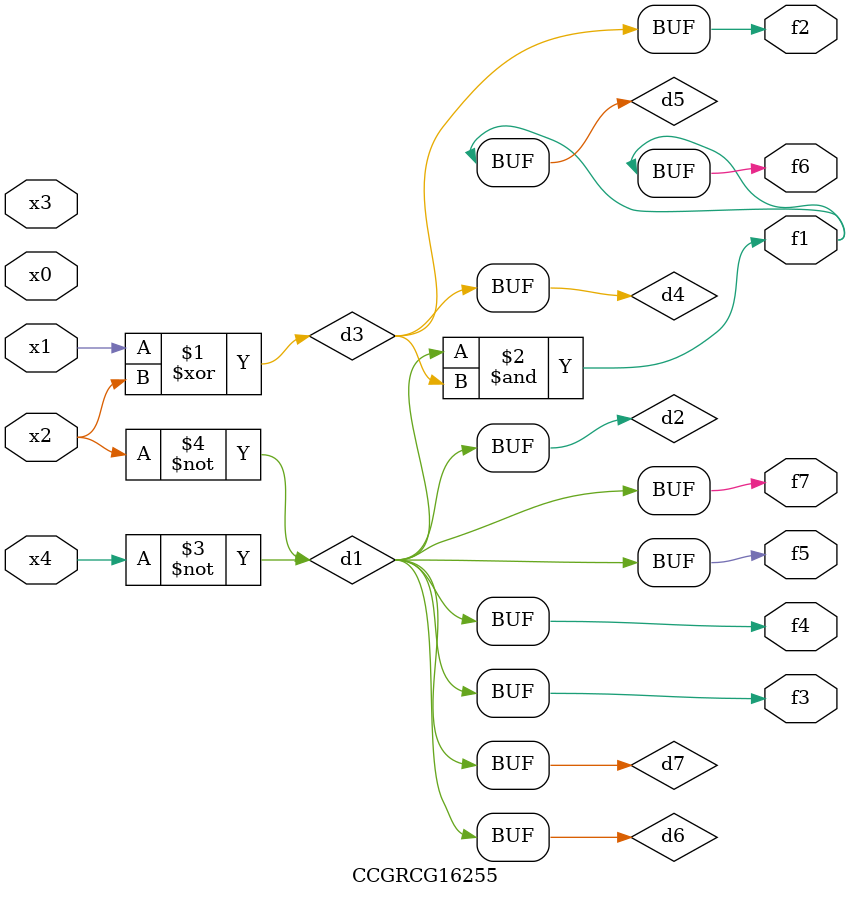
<source format=v>
module CCGRCG16255(
	input x0, x1, x2, x3, x4,
	output f1, f2, f3, f4, f5, f6, f7
);

	wire d1, d2, d3, d4, d5, d6, d7;

	not (d1, x4);
	not (d2, x2);
	xor (d3, x1, x2);
	buf (d4, d3);
	and (d5, d1, d3);
	buf (d6, d1, d2);
	buf (d7, d2);
	assign f1 = d5;
	assign f2 = d4;
	assign f3 = d7;
	assign f4 = d7;
	assign f5 = d7;
	assign f6 = d5;
	assign f7 = d7;
endmodule

</source>
